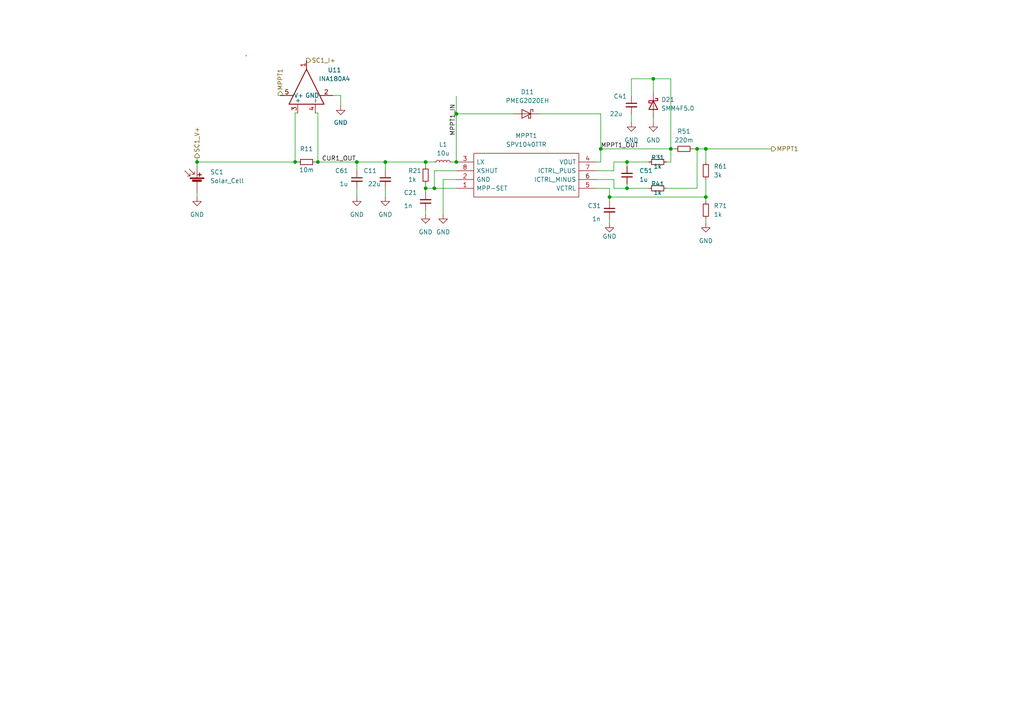
<source format=kicad_sch>
(kicad_sch (version 20231120) (generator "eeschema") (generator_version "8.0")
  (paper "A4")
  (lib_symbols
    (symbol "Amplifier_Current:INA180A4" (pin_names (offset 0.127))
      (property "Reference" "U?" (at -0.5206 10.414 0))
      (property "Value" "INA180A4" (at -0.5206 7.874 0))
      (symbol "INA180A4_0_1"
        (polyline (pts (xy 5.08 0) (xy -5.08 5.08) (xy -5.08 -5.08) (xy 5.08 0)) (stroke (width 0.254)))
      )
      (symbol "INA180A4_1_1"
        (pin output line (at 7.62 0 180) (length 2.54) (name "~") (number "1"))
        (pin power_in line (at -2.54 -7.62 90) (length 3.81) (name "GND") (number "2"))
        (pin input line (at -7.62 2.54 0) (length 2.54) (name "+") (number "3"))
        (pin input line (at -7.62 -2.54 0) (length 2.54) (name "-") (number "4"))
        (pin power_in line (at -2.54 7.62 270) (length 3.81) (name "V+") (number "5"))
      )
    )
    (symbol "Device:C_Small" (pin_numbers hide) (pin_names (offset 0.254) hide)
      (property "Reference" "C" (at 0.254 1.778 0))
      (property "Value" "C_Small" (at 0.254 -2.032 0))
      (symbol "C_Small_0_1"
        (polyline (pts (xy -1.524 -0.508) (xy 1.524 -0.508)) (stroke (width 0.3302)))
        (polyline (pts (xy -1.524 0.508) (xy 1.524 0.508)) (stroke (width 0.3048)))
      )
      (symbol "C_Small_1_1"
        (pin passive line (at 0 2.54 270) (length 2.032) (name "~") (number "1"))
        (pin passive line (at 0 -2.54 90) (length 2.032) (name "~") (number "2"))
      )
    )
    (symbol "Device:D_Schottky" (pin_numbers hide) (pin_names (offset 1.016) hide)
      (property "Reference" "DOUT1" (at -1.5876 2.54 90))
      (property "Value" "SMM4F5.0" (at 0.9524 2.54 90))
      (symbol "D_Schottky_0_1"
        (polyline (pts (xy 1.27 0) (xy -1.27 0)))
        (polyline (pts (xy 1.27 1.27) (xy 1.27 -1.27) (xy -1.27 0) (xy 1.27 1.27)) (stroke (width 0.254)))
      )
      (symbol "D_Schottky_1_1"
        (polyline (pts (xy -1.905 0.635) (xy -1.905 1.27) (xy -1.27 1.27) (xy -1.27 -1.27) (xy -0.635 -1.27) (xy -0.635 -0.635)) (stroke (width 0.254)))
        (pin passive line (at -3.81 0 0) (length 2.54) (name "1") (number "1"))
        (pin passive line (at 3.81 0 180) (length 2.54) (name "2") (number "2"))
      )
    )
    (symbol "Device:L_Small" (pin_numbers hide) (pin_names (offset 0.254) hide)
      (property "Reference" "L" (at 0.762 1.016 0))
      (property "Value" "L_Small" (at 0.762 -1.016 0))
      (symbol "L_Small_0_1"
        (arc (start 0 -2.032) (mid 0.5058 -1.524) (end 0 -1.016))
        (arc (start 0 -1.016) (mid 0.5058 -0.508) (end 0 0))
        (arc (start 0 0) (mid 0.5058 0.508) (end 0 1.016))
        (arc (start 0 1.016) (mid 0.5058 1.524) (end 0 2.032))
      )
      (symbol "L_Small_1_1"
        (pin passive line (at 0 2.54 270) (length 0.508) (name "~") (number "1"))
        (pin passive line (at 0 -2.54 90) (length 0.508) (name "~") (number "2"))
      )
    )
    (symbol "Device:R_Small" (pin_numbers hide) (pin_names (offset 0.254) hide)
      (property "Reference" "R" (at 0.762 0.508 0))
      (property "Value" "R_Small" (at 0.762 -1.016 0))
      (symbol "R_Small_0_1"
        (rectangle (start -0.762 1.778) (end 0.762 -1.778) (stroke (width 0.2032)))
      )
      (symbol "R_Small_1_1"
        (pin passive line (at 0 2.54 270) (length 0.762) (name "~") (number "1"))
        (pin passive line (at 0 -2.54 90) (length 0.762) (name "~") (number "2"))
      )
    )
    (symbol "Device:Solar_Cell" (pin_numbers hide) (pin_names (offset 0) hide)
      (property "Reference" "SC" (at 2.54 2.54 0))
      (property "Value" "Solar_Cell" (at 2.54 0 0))
      (symbol "Solar_Cell_0_1"
        (rectangle (start -2.032 1.778) (end 2.032 1.524) (fill (type outline)))
        (rectangle (start -1.3208 1.1938) (end 1.27 0.6858) (fill (type outline)))
        (polyline (pts (xy -2.032 2.286) (xy -3.556 3.81)))
        (polyline (pts (xy -0.762 2.794) (xy -2.286 4.318)))
        (polyline (pts (xy 0 0.762) (xy 0 0)))
        (polyline (pts (xy 0 1.778) (xy 0 2.54)))
        (polyline (pts (xy 0.254 2.667) (xy 1.27 2.667)) (stroke (width 0.254)))
        (polyline (pts (xy 0.762 3.175) (xy 0.762 2.159)) (stroke (width 0.254)))
        (polyline (pts (xy -2.032 3.048) (xy -2.032 2.286) (xy -2.794 2.286)))
        (polyline (pts (xy -0.762 3.556) (xy -0.762 2.794) (xy -1.524 2.794)))
      )
      (symbol "Solar_Cell_1_1"
        (pin passive line (at 0 5.08 270) (length 2.54) (name "+") (number "1"))
        (pin passive line (at 0 -2.54 90) (length 2.54) (name "-") (number "2"))
      )
    )
    (symbol "Diode:PMEG2020EH" (pin_numbers hide) (pin_names hide)
      (property "Reference" "D" (at 0 2.54 0))
      (property "Value" "PMEG2020EH" (at 0 -2.54 0))
      (symbol "PMEG2020EH_0_1"
        (polyline (pts (xy 1.27 0) (xy -1.27 0)))
        (polyline (pts (xy 1.27 1.27) (xy 1.27 -1.27) (xy -1.27 0) (xy 1.27 1.27)) (stroke (width 0.2032)))
        (polyline (pts (xy -1.905 0.635) (xy -1.905 1.27) (xy -1.27 1.27) (xy -1.27 -1.27) (xy -0.635 -1.27) (xy -0.635 -0.635)) (stroke (width 0.2032)))
      )
      (symbol "PMEG2020EH_1_1"
        (pin passive line (at -3.81 0 0) (length 2.54) (name "K") (number "1"))
        (pin passive line (at 3.81 0 180) (length 2.54) (name "A") (number "2"))
      )
    )
    (symbol "SamacSys:SPV1040TTR" (pin_names (offset 0.762))
      (property "Reference" "IC?" (at 20.32 7.62 0))
      (property "Value" "SPV1040TTR" (at 20.32 5.08 0))
      (symbol "SPV1040TTR_0_0"
        (pin input line (at 0 -7.62 0) (length 5.08) (name "MPP-SET") (number "1"))
        (pin power_in line (at 0 -5.08 0) (length 5.08) (name "GND") (number "2"))
        (pin input line (at 0 0 0) (length 5.08) (name "LX") (number "3"))
        (pin output line (at 40.64 0 180) (length 5.08) (name "VOUT") (number "4"))
        (pin input line (at 40.64 -7.62 180) (length 5.08) (name "VCTRL") (number "5"))
        (pin input line (at 40.64 -5.08 180) (length 5.08) (name "ICTRL_MINUS") (number "6"))
        (pin input line (at 40.64 -2.54 180) (length 5.08) (name "ICTRL_PLUS") (number "7"))
        (pin input line (at 0 -2.54 0) (length 5.08) (name "XSHUT") (number "8"))
      )
      (symbol "SPV1040TTR_0_1"
        (polyline (pts (xy 5.08 2.54) (xy 35.56 2.54) (xy 35.56 -10.16) (xy 5.08 -10.16) (xy 5.08 2.54)) (stroke (width 0.1524)))
      )
    )
    (symbol "power:GND" (power) (pin_names (offset 0))
      (property "Value" "GND" (at 0 -3.81 0))
      (symbol "GND_0_1"
        (polyline (pts (xy 0 0) (xy 0 -1.27) (xy 1.27 -1.27) (xy 0 -2.54) (xy -1.27 -1.27) (xy 0 -1.27)))
      )
      (symbol "GND_1_1"
        (pin power_in line (at 0 0 270) (length 0) hide (name "GND") (number "1"))
      )
    )
  )
  (junction (at 132.334 46.99))
  (junction (at 204.724 57.15))
  (junction (at 181.864 46.99))
  (junction (at 132.334 33.02))
  (junction (at 125.984 54.61))
  (junction (at 194.564 43.18))
  (junction (at 176.784 57.15))
  (junction (at 103.505 46.99))
  (junction (at 202.184 43.18))
  (junction (at 181.864 54.61))
  (junction (at 85.598 46.99))
  (junction (at 174.244 43.18))
  (junction (at 57.15 46.99))
  (junction (at 123.444 46.99))
  (junction (at 92.202 46.99))
  (junction (at 111.76 46.99))
  (junction (at 123.444 54.61))
  (junction (at 189.484 22.86))
  (junction (at 204.724 43.18))
  (wire (pts (xy 57.15 45.72) (xy 57.15 46.99)))
  (wire (pts (xy 193.294 54.61) (xy 202.184 54.61)))
  (polyline (pts (xy 71.374 16.002) (xy 71.374 16.256)) (stroke (width 0) (type dash)))
  (wire (pts (xy 92.202 32.766) (xy 91.44 32.766)))
  (wire (pts (xy 125.984 49.53) (xy 125.984 54.61)))
  (wire (pts (xy 132.334 27.94) (xy 132.334 33.02)))
  (wire (pts (xy 174.244 33.02) (xy 174.244 43.18)))
  (wire (pts (xy 176.784 57.15) (xy 176.784 54.61)))
  (wire (pts (xy 103.505 49.53) (xy 103.505 46.99)))
  (wire (pts (xy 183.134 27.94) (xy 183.134 22.86)))
  (wire (pts (xy 181.864 46.99) (xy 188.214 46.99)))
  (wire (pts (xy 132.334 49.53) (xy 125.984 49.53)))
  (wire (pts (xy 96.52 27.686) (xy 98.806 27.686)))
  (wire (pts (xy 123.444 54.61) (xy 123.444 55.88)))
  (wire (pts (xy 181.864 46.99) (xy 178.054 46.99)))
  (wire (pts (xy 178.054 54.61) (xy 181.864 54.61)))
  (wire (pts (xy 189.484 34.29) (xy 189.484 35.56)))
  (wire (pts (xy 194.564 43.18) (xy 195.834 43.18)))
  (wire (pts (xy 194.564 22.86) (xy 194.564 43.18)))
  (wire (pts (xy 85.598 32.766) (xy 85.598 46.99)))
  (wire (pts (xy 204.724 43.18) (xy 202.184 43.18)))
  (wire (pts (xy 172.974 52.07) (xy 178.054 52.07)))
  (wire (pts (xy 174.244 43.18) (xy 194.564 43.18)))
  (wire (pts (xy 111.76 49.53) (xy 111.76 46.99)))
  (wire (pts (xy 183.134 33.02) (xy 183.134 35.56)))
  (wire (pts (xy 181.864 54.61) (xy 188.214 54.61)))
  (wire (pts (xy 189.484 22.86) (xy 189.484 26.67)))
  (wire (pts (xy 178.054 49.53) (xy 172.974 49.53)))
  (wire (pts (xy 125.984 54.61) (xy 123.444 54.61)))
  (wire (pts (xy 98.806 27.686) (xy 98.806 30.734)))
  (wire (pts (xy 123.444 54.61) (xy 123.444 53.34)))
  (wire (pts (xy 91.44 46.99) (xy 92.202 46.99)))
  (wire (pts (xy 200.914 43.18) (xy 202.184 43.18)))
  (wire (pts (xy 128.524 52.07) (xy 128.524 62.23)))
  (wire (pts (xy 204.724 52.07) (xy 204.724 57.15)))
  (wire (pts (xy 172.974 54.61) (xy 176.784 54.61)))
  (wire (pts (xy 86.36 32.766) (xy 85.598 32.766)))
  (wire (pts (xy 103.505 46.99) (xy 111.76 46.99)))
  (wire (pts (xy 189.484 22.86) (xy 194.564 22.86)))
  (wire (pts (xy 132.334 33.02) (xy 132.334 46.99)))
  (wire (pts (xy 85.598 46.99) (xy 86.36 46.99)))
  (wire (pts (xy 174.244 46.99) (xy 174.244 43.18)))
  (wire (pts (xy 123.444 46.99) (xy 125.984 46.99)))
  (wire (pts (xy 181.864 54.61) (xy 181.864 53.34)))
  (wire (pts (xy 204.724 46.99) (xy 204.724 43.18)))
  (wire (pts (xy 123.444 60.96) (xy 123.444 62.23)))
  (wire (pts (xy 204.724 43.18) (xy 223.774 43.18)))
  (wire (pts (xy 181.864 48.26) (xy 181.864 46.99)))
  (wire (pts (xy 132.334 54.61) (xy 125.984 54.61)))
  (wire (pts (xy 132.334 52.07) (xy 128.524 52.07)))
  (wire (pts (xy 183.134 22.86) (xy 189.484 22.86)))
  (wire (pts (xy 204.724 57.15) (xy 176.784 57.15)))
  (wire (pts (xy 178.054 46.99) (xy 178.054 49.53)))
  (wire (pts (xy 123.444 46.99) (xy 123.444 48.26)))
  (wire (pts (xy 111.76 54.61) (xy 111.76 57.15)))
  (wire (pts (xy 103.505 54.61) (xy 103.505 57.15)))
  (wire (pts (xy 176.784 64.77) (xy 176.784 63.5)))
  (wire (pts (xy 204.724 63.5) (xy 204.724 64.77)))
  (wire (pts (xy 172.974 46.99) (xy 174.244 46.99)))
  (wire (pts (xy 92.202 46.99) (xy 92.202 32.766)))
  (wire (pts (xy 132.334 33.02) (xy 148.844 33.02)))
  (wire (pts (xy 92.202 46.99) (xy 103.505 46.99)))
  (wire (pts (xy 194.564 46.99) (xy 193.294 46.99)))
  (wire (pts (xy 156.464 33.02) (xy 174.244 33.02)))
  (wire (pts (xy 57.15 55.88) (xy 57.15 57.15)))
  (wire (pts (xy 57.15 46.99) (xy 85.598 46.99)))
  (wire (pts (xy 176.784 57.15) (xy 176.784 58.42)))
  (wire (pts (xy 57.15 46.99) (xy 57.15 48.26)))
  (wire (pts (xy 111.76 46.99) (xy 123.444 46.99)))
  (wire (pts (xy 131.064 46.99) (xy 132.334 46.99)))
  (wire (pts (xy 204.724 58.42) (xy 204.724 57.15)))
  (wire (pts (xy 178.054 52.07) (xy 178.054 54.61)))
  (wire (pts (xy 194.564 43.18) (xy 194.564 46.99)))
  (wire (pts (xy 202.184 43.18) (xy 202.184 54.61)))
  (label "CUR1_OUT" (at 93.345 46.99 0))
  (label "MPPT1_OUT" (at 174.244 43.18 0))
  (label "MPPT1_IN" (at 132.334 39.37 90))
  (hierarchical_label "SC1_V+" (shape output) (at 57.15 45.72 90))
  (hierarchical_label "SC1_I+" (shape output) (at 88.9 17.526 0))
  (hierarchical_label "MPPT1" (shape output) (at 81.28 27.686 90))
  (hierarchical_label "MPPT1" (shape output) (at 223.774 43.18 0))
  (symbol (lib_id "Device:R_Small") (at 198.374 43.18 270) (unit 1)
    (property "Reference" "R51" (at 198.374 38.1 90))
    (property "Value" "220m" (at 198.374 40.64 90))
    (property "Footprint" "Resistor_SMD:R_0805_2012Metric" (effects (hide yes)))
  )
  (symbol (lib_id "Device:C_Small") (at 176.784 60.96 0) (unit 1)
    (property "Reference" "C31" (at 170.434 59.69 0) (effects (justify left)))
    (property "Value" "1n" (at 171.704 63.5 0) (effects (justify left)))
    (property "Footprint" "Capacitor_SMD:C_0603_1608Metric" (effects (hide yes)))
  )
  (symbol (lib_id "power:GND") (at 123.444 62.23 0) (unit 1)
    (property "Reference" "#PWR010" (effects (hide yes)))
    (property "Value" "GND" (at 123.444 67.31 0))
  )
  (symbol (lib_id "Device:R_Small") (at 204.724 60.96 180) (unit 1)
    (property "Reference" "R71" (at 207.01 59.6899 0) (effects (justify right)))
    (property "Value" "1k" (at 207.01 62.2299 0) (effects (justify right)))
    (property "Footprint" "Resistor_SMD:R_0603_1608Metric" (effects (hide yes)))
  )
  (symbol (lib_id "Device:R_Small") (at 204.724 49.53 180) (unit 1)
    (property "Reference" "R61" (at 207.01 48.2599 0) (effects (justify right)))
    (property "Value" "3k" (at 207.01 50.7999 0) (effects (justify right)))
    (property "Footprint" "Resistor_SMD:R_0603_1608Metric" (effects (hide yes)))
  )
  (symbol (lib_id "Device:R_Small") (at 123.444 50.8 180) (unit 1)
    (property "Reference" "R21" (at 118.364 49.53 0) (effects (justify right)))
    (property "Value" "1k" (at 118.364 52.07 0) (effects (justify right)))
    (property "Footprint" "Resistor_SMD:R_0603_1608Metric" (effects (hide yes)))
  )
  (symbol (lib_id "power:GND") (at 57.15 57.15 0) (unit 1)
    (property "Reference" "#PWR0108" (effects (hide yes)))
    (property "Value" "GND" (at 57.15 62.23 0))
  )
  (symbol (lib_id "SamacSys:SPV1040TTR") (at 132.334 46.99 0) (unit 1)
    (property "Reference" "MPPT1" (at 152.654 39.37 0))
    (property "Value" "SPV1040TTR" (at 152.654 41.91 0))
    (property "Footprint" "Package_SO:TSSOP-8_4.4x3mm_P0.65mm" (effects (hide yes)))
    (property "Description" "Switching Voltage Regulators Hi Eff Solar Charger MPPT 0.3V to 5.5V" (effects (hide yes)))
    (property "Height" "1.2" (effects (hide yes)))
    (property "Mouser Part Number" "511-SPV1040TTR" (effects (hide yes)))
    (property "Mouser Price/Stock" "https://www.mouser.co.uk/ProductDetail/STMicroelectronics/SPV1040TTR?qs=AHLdMMsI%252Bhr%2Fj5DYN1qCwQ%3D%3D" (effects (hide yes)))
    (property "Manufacturer_Name" "STMicroelectronics" (effects (hide yes)))
    (property "Manufacturer_Part_Number" "SPV1040TTR" (effects (hide yes)))
  )
  (symbol (lib_id "Device:R_Small") (at 190.754 46.99 270) (unit 1)
    (property "Reference" "R31" (at 190.754 45.72 90))
    (property "Value" "1k" (at 190.754 48.26 90))
    (property "Footprint" "Resistor_SMD:R_0603_1608Metric" (effects (hide yes)))
  )
  (symbol (lib_id "power:GND") (at 183.134 35.56 0) (unit 1)
    (property "Reference" "#PWR014" (effects (hide yes)))
    (property "Value" "GND" (at 183.134 40.64 0))
  )
  (symbol (lib_id "Device:R_Small") (at 88.9 46.99 90) (unit 1)
    (property "Reference" "R11" (at 88.9 43.18 90))
    (property "Value" "10m" (at 88.9 49.276 90))
    (property "Footprint" "Resistor_SMD:R_0805_2012Metric" (effects (hide yes)))
  )
  (symbol (lib_id "Device:C_Small") (at 111.76 52.07 0) (unit 1)
    (property "Reference" "C11" (at 105.41 49.53 0) (effects (justify left)))
    (property "Value" "22u" (at 106.68 53.34 0) (effects (justify left)))
    (property "Footprint" "Capacitor_SMD:C_0805_2012Metric" (effects (hide yes)))
  )
  (symbol (lib_id "Device:C_Small") (at 183.134 30.48 0) (unit 1)
    (property "Reference" "C41" (at 181.864 27.94 0) (effects (justify right)))
    (property "Value" "22u" (at 180.594 33.02 0) (effects (justify right)))
    (property "Footprint" "Capacitor_SMD:C_0805_2012Metric" (effects (hide yes)))
  )
  (symbol (lib_id "power:GND") (at 98.806 30.734 0) (unit 1)
    (property "Reference" "#PWR0112" (effects (hide yes)))
    (property "Value" "GND" (at 98.806 35.56 0))
  )
  (symbol (lib_id "Device:R_Small") (at 190.754 54.61 270) (unit 1)
    (property "Reference" "R41" (at 190.754 53.34 90))
    (property "Value" "1k" (at 190.754 55.88 90))
    (property "Footprint" "Resistor_SMD:R_0603_1608Metric" (effects (hide yes)))
  )
  (symbol (lib_id "Device:C_Small") (at 181.864 50.8 180) (unit 1)
    (property "Reference" "C51" (at 185.42 49.5236 0) (effects (justify right)))
    (property "Value" "1u" (at 185.42 52.0636 0) (effects (justify right)))
    (property "Footprint" "Capacitor_SMD:C_0603_1608Metric" (effects (hide yes)))
  )
  (symbol (lib_id "Device:C_Small") (at 123.444 58.42 180) (unit 1)
    (property "Reference" "C21" (at 117.094 55.88 0) (effects (justify right)))
    (property "Value" "1n" (at 117.094 59.69 0) (effects (justify right)))
    (property "Footprint" "Capacitor_SMD:C_0603_1608Metric" (effects (hide yes)))
  )
  (symbol (lib_id "Amplifier_Current:INA180A4") (at 88.9 25.146 90) (unit 1)
    (property "Reference" "U11" (at 97.028 20.32 90))
    (property "Value" "INA180A4" (at 97.028 22.86 90))
    (property "Footprint" "Package_TO_SOT_SMD:SOT-23-5" (effects (hide yes)))
    (property "Datasheet" "http://www.ti.com/lit/ds/symlink/ina180.pdf" (effects (hide yes)))
  )
  (symbol (lib_id "Device:L_Small") (at 128.524 46.99 90) (unit 1)
    (property "Reference" "L1" (at 128.524 41.91 90))
    (property "Value" "10u" (at 128.524 44.45 90))
    (property "Footprint" "STS_Inductor_SMD:IND_XAL6060-103MEC" (effects (hide yes)))
  )
  (symbol (lib_id "Device:D_Schottky") (at 189.484 30.48 270) (unit 1)
    (property "Reference" "D21" (at 191.77 28.8925 90) (effects (justify left)))
    (property "Value" "SMM4F5.0" (at 191.77 31.4325 90) (effects (justify left)))
    (property "Footprint" "STS_semiconductor:DIO_SMM4F5.0A-TR" (effects (hide yes)))
  )
  (symbol (lib_id "Diode:PMEG2020EH") (at 152.654 33.02 0) (mirror y) (unit 1)
    (property "Reference" "D11" (at 152.9715 26.67 0))
    (property "Value" "PMEG2020EH" (at 152.9715 29.21 0))
    (property "Footprint" "Diode_SMD:D_SOD-123F" (effects (hide yes)))
    (property "Datasheet" "https://assets.nexperia.com/documents/data-sheet/PMEG2020EH_EJ.pdf" (effects (hide yes)))
  )
  (symbol (lib_id "power:GND") (at 204.724 64.77 0) (unit 1)
    (property "Reference" "#PWR0104" (effects (hide yes)))
    (property "Value" "GND" (at 204.724 69.85 0))
  )
  (symbol (lib_id "Device:C_Small") (at 103.505 52.07 0) (unit 1)
    (property "Reference" "C61" (at 97.155 49.53 0) (effects (justify left)))
    (property "Value" "1u" (at 98.425 53.34 0) (effects (justify left)))
    (property "Footprint" "Capacitor_SMD:C_0805_2012Metric" (effects (hide yes)))
    (property "Description" "TMK212B7105KGHTR" (effects (hide yes)))
  )
  (symbol (lib_id "power:GND") (at 111.76 57.15 0) (unit 1)
    (property "Reference" "#PWR0106" (effects (hide yes)))
    (property "Value" "GND" (at 111.76 62.23 0))
  )
  (symbol (lib_id "power:GND") (at 103.505 57.15 0) (unit 1)
    (property "Reference" "#PWR09" (effects (hide yes)))
    (property "Value" "GND" (at 103.505 62.23 0))
  )
  (symbol (lib_id "power:GND") (at 176.784 64.77 0) (unit 1)
    (property "Reference" "#PWR0103" (effects (hide yes)))
    (property "Value" "GND" (at 176.784 68.58 0))
  )
  (symbol (lib_id "Device:Solar_Cell") (at 57.15 53.34 0) (unit 1)
    (property "Reference" "SC1" (at 60.96 49.9109 0) (effects (justify left)))
    (property "Value" "Solar_Cell" (at 60.96 52.4509 0) (effects (justify left)))
    (property "Footprint" "STS_solder:3G30A_40x80" (effects (hide yes)))
  )
  (symbol (lib_id "power:GND") (at 128.524 62.23 0) (unit 1)
    (property "Reference" "#PWR0105" (effects (hide yes)))
    (property "Value" "GND" (at 128.524 67.31 0))
  )
  (symbol (lib_id "power:GND") (at 189.484 35.56 0) (unit 1)
    (property "Reference" "#PWR016" (effects (hide yes)))
    (property "Value" "GND" (at 189.484 40.64 0))
  )
)
</source>
